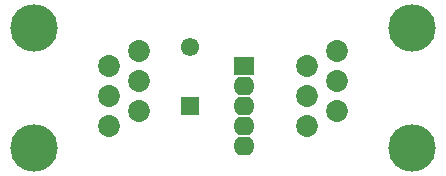
<source format=gbs>
%FSLAX23Y23*%
%MOIN*%
G70*
G01*
G75*
%ADD10R,0.057X0.022*%
%ADD11C,0.015*%
%ADD12C,0.150*%
%ADD13C,0.065*%
%ADD14R,0.053X0.053*%
%ADD15C,0.053*%
%ADD16O,0.063X0.055*%
%ADD17R,0.063X0.055*%
%ADD18C,0.010*%
%ADD19C,0.008*%
%ADD20C,0.010*%
%ADD21R,0.065X0.030*%
%ADD22C,0.158*%
%ADD23C,0.073*%
%ADD24R,0.061X0.061*%
%ADD25C,0.061*%
%ADD26O,0.071X0.063*%
%ADD27R,0.071X0.063*%
D22*
X340Y500D02*
D03*
Y100D02*
D03*
X1600D02*
D03*
Y500D02*
D03*
D23*
X690Y425D02*
D03*
X590Y375D02*
D03*
X690Y325D02*
D03*
X590Y275D02*
D03*
X690Y225D02*
D03*
X590Y175D02*
D03*
X1250D02*
D03*
X1350Y225D02*
D03*
X1250Y275D02*
D03*
X1350Y325D02*
D03*
X1250Y375D02*
D03*
X1350Y425D02*
D03*
D24*
X860Y240D02*
D03*
D25*
Y437D02*
D03*
D26*
X1040Y106D02*
D03*
Y173D02*
D03*
Y240D02*
D03*
Y307D02*
D03*
D27*
Y374D02*
D03*
M02*

</source>
